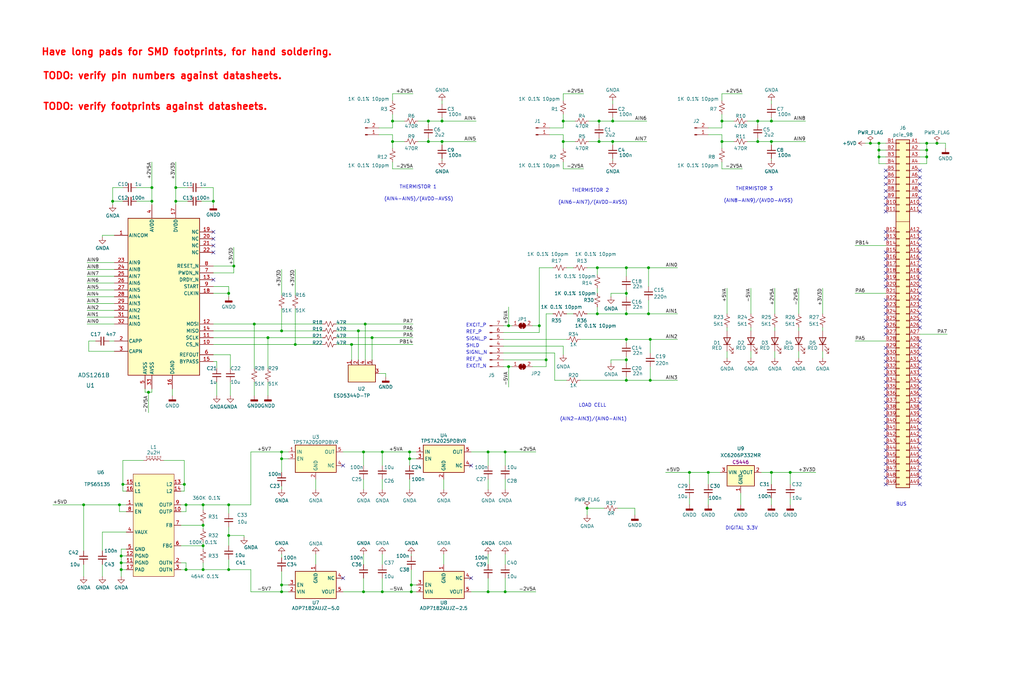
<source format=kicad_sch>
(kicad_sch (version 20230121) (generator eeschema)
  (paper "User" 381 254)
  (title_block (title "ADS1261 ADC BOARD") (rev "0.1"))
  (junction (at 44.45 187.96))
  (junction (at 152.4 168.275))
  (junction (at 256.54 175.895))
  (junction (at 65.405 74.93))
  (junction (at 94.615 120.65))
  (junction (at 138.43 125.73))
  (junction (at 135.255 168.275))
  (junction (at 287.02 52.705))
  (junction (at 187.96 220.345))
  (junction (at 222.885 45.085))
  (junction (at 152.4 170.815))
  (junction (at 268.605 45.085))
  (junction (at 327.025 55.88))
  (junction (at 344.805 53.34))
  (junction (at 159.385 45.085))
  (junction (at 181.61 220.345))
  (junction (at 203.2 133.985))
  (junction (at 133.35 123.19))
  (junction (at 227.965 52.705))
  (junction (at 75.565 195.58))
  (junction (at 142.24 168.275))
  (junction (at 233.045 99.695))
  (junction (at 104.775 217.805))
  (junction (at 200.66 121.285))
  (junction (at 287.02 175.895))
  (junction (at 227.965 45.085))
  (junction (at 241.935 141.605))
  (junction (at 241.3 116.84))
  (junction (at 222.885 52.705))
  (junction (at 79.375 74.93))
  (junction (at 281.94 52.705))
  (junction (at 45.085 209.55))
  (junction (at 85.09 212.09))
  (junction (at 294.005 175.895))
  (junction (at 56.515 74.93))
  (junction (at 209.55 52.705))
  (junction (at 69.215 212.09))
  (junction (at 164.465 52.705))
  (junction (at 104.775 123.19))
  (junction (at 164.465 45.085))
  (junction (at 268.605 52.705))
  (junction (at 104.775 168.275))
  (junction (at 241.3 99.695))
  (junction (at 233.045 109.22))
  (junction (at 189.23 121.285))
  (junction (at 218.44 189.23))
  (junction (at 323.85 53.34))
  (junction (at 233.045 141.605))
  (junction (at 86.995 99.06))
  (junction (at 344.805 55.88))
  (junction (at 85.09 187.96))
  (junction (at 187.96 168.275))
  (junction (at 233.045 116.84))
  (junction (at 135.89 120.65))
  (junction (at 348.615 53.34))
  (junction (at 99.695 125.73))
  (junction (at 153.035 220.345))
  (junction (at 209.55 45.085))
  (junction (at 233.045 133.985))
  (junction (at 146.05 52.705))
  (junction (at 65.405 69.85))
  (junction (at 233.045 126.365))
  (junction (at 222.25 116.84))
  (junction (at 241.935 126.365))
  (junction (at 135.255 220.345))
  (junction (at 287.02 45.085))
  (junction (at 56.515 69.85))
  (junction (at 85.09 199.39))
  (junction (at 159.385 52.705))
  (junction (at 104.775 220.345))
  (junction (at 31.115 187.96))
  (junction (at 69.215 187.96))
  (junction (at 75.565 187.96))
  (junction (at 45.085 212.09))
  (junction (at 189.23 136.525))
  (junction (at 281.94 45.085))
  (junction (at 181.61 168.275))
  (junction (at 85.09 109.22))
  (junction (at 153.035 217.805))
  (junction (at 68.58 180.34))
  (junction (at 75.565 212.09))
  (junction (at 344.805 58.42))
  (junction (at 45.72 180.34))
  (junction (at 263.525 175.895))
  (junction (at 109.855 128.27))
  (junction (at 75.565 203.2))
  (junction (at 327.025 58.42))
  (junction (at 45.085 207.01))
  (junction (at 55.245 146.05))
  (junction (at 142.24 220.345))
  (junction (at 130.81 128.27))
  (junction (at 327.025 53.34))
  (junction (at 104.775 170.815))
  (junction (at 222.25 99.695))
  (junction (at 146.05 45.085))
  (junction (at 41.91 74.93))
  (no_connect (at 342.265 71.12))
  (no_connect (at 329.565 76.2))
  (no_connect (at 175.26 173.355))
  (no_connect (at 175.26 215.265))
  (no_connect (at 329.565 68.58))
  (no_connect (at 342.265 154.94))
  (no_connect (at 329.565 114.3))
  (no_connect (at 342.265 119.38))
  (no_connect (at 342.265 114.3))
  (no_connect (at 329.565 129.54))
  (no_connect (at 329.565 172.72))
  (no_connect (at 342.265 172.72))
  (no_connect (at 342.265 121.92))
  (no_connect (at 342.265 76.2))
  (no_connect (at 329.565 96.52))
  (no_connect (at 79.375 93.98))
  (no_connect (at 329.565 111.76))
  (no_connect (at 342.265 101.6))
  (no_connect (at 342.265 129.54))
  (no_connect (at 79.375 86.36))
  (no_connect (at 342.265 142.24))
  (no_connect (at 329.565 162.56))
  (no_connect (at 329.565 177.8))
  (no_connect (at 342.265 180.34))
  (no_connect (at 329.565 149.86))
  (no_connect (at 342.265 96.52))
  (no_connect (at 342.265 167.64))
  (no_connect (at 79.375 91.44))
  (no_connect (at 342.265 93.98))
  (no_connect (at 329.565 116.84))
  (no_connect (at 329.565 104.14))
  (no_connect (at 329.565 167.64))
  (no_connect (at 342.265 132.08))
  (no_connect (at 342.265 63.5))
  (no_connect (at 342.265 162.56))
  (no_connect (at 342.265 177.8))
  (no_connect (at 329.565 160.02))
  (no_connect (at 127.635 173.355))
  (no_connect (at 342.265 66.04))
  (no_connect (at 329.565 154.94))
  (no_connect (at 329.565 147.32))
  (no_connect (at 342.265 149.86))
  (no_connect (at 342.265 91.44))
  (no_connect (at 329.565 93.98))
  (no_connect (at 329.565 86.36))
  (no_connect (at 127.635 215.265))
  (no_connect (at 329.565 144.78))
  (no_connect (at 342.265 116.84))
  (no_connect (at 329.565 121.92))
  (no_connect (at 329.565 106.68))
  (no_connect (at 342.265 104.14))
  (no_connect (at 329.565 73.66))
  (no_connect (at 329.565 101.6))
  (no_connect (at 342.265 73.66))
  (no_connect (at 342.265 127))
  (no_connect (at 329.565 99.06))
  (no_connect (at 342.265 137.16))
  (no_connect (at 329.565 66.04))
  (no_connect (at 342.265 147.32))
  (no_connect (at 342.265 144.78))
  (no_connect (at 329.565 152.4))
  (no_connect (at 329.565 71.12))
  (no_connect (at 342.265 78.74))
  (no_connect (at 342.265 139.7))
  (no_connect (at 329.565 170.18))
  (no_connect (at 342.265 157.48))
  (no_connect (at 342.265 106.68))
  (no_connect (at 329.565 157.48))
  (no_connect (at 79.375 88.9))
  (no_connect (at 342.265 160.02))
  (no_connect (at 329.565 132.08))
  (no_connect (at 329.565 137.16))
  (no_connect (at 329.565 124.46))
  (no_connect (at 329.565 88.9))
  (no_connect (at 329.565 119.38))
  (no_connect (at 342.265 152.4))
  (no_connect (at 329.565 142.24))
  (no_connect (at 329.565 78.74))
  (no_connect (at 329.565 139.7))
  (no_connect (at 329.565 134.62))
  (no_connect (at 342.265 175.26))
  (no_connect (at 79.375 104.14))
  (no_connect (at 329.565 175.26))
  (no_connect (at 329.565 63.5))
  (no_connect (at 342.265 68.58))
  (no_connect (at 329.565 165.1))
  (no_connect (at 342.265 165.1))
  (no_connect (at 342.265 170.18))
  (no_connect (at 342.265 99.06))
  (no_connect (at 342.265 111.76))
  (no_connect (at 329.565 180.34))
  (no_connect (at 342.265 86.36))
  (no_connect (at 342.265 109.22))
  (no_connect (at 342.265 134.62))
  (no_connect (at 342.265 88.9))
  (wire (pts (xy 209.55 37.465) (xy 209.55 34.925)))
  (wire (pts (xy 104.775 100.33) (xy 104.775 109.855)))
  (wire (pts (xy 224.79 189.23) (xy 218.44 189.23)))
  (wire (pts (xy 45.72 180.34) (xy 45.72 182.88)))
  (wire (pts (xy 306.07 121.92) (xy 306.07 123.19)))
  (wire (pts (xy 53.975 146.05) (xy 55.245 146.05)))
  (wire (pts (xy 344.805 55.88) (xy 344.805 53.34)))
  (wire (pts (xy 209.55 50.165) (xy 209.55 52.705)))
  (wire (pts (xy 233.045 140.335) (xy 233.045 141.605)))
  (wire (pts (xy 181.61 210.185) (xy 181.61 206.375)))
  (wire (pts (xy 142.24 178.435) (xy 142.24 182.245)))
  (wire (pts (xy 294.005 175.895) (xy 303.53 175.895)))
  (wire (pts (xy 135.89 120.65) (xy 153.67 120.65)))
  (wire (pts (xy 46.99 190.5) (xy 44.45 190.5)))
  (wire (pts (xy 32.385 105.41) (xy 42.545 105.41)))
  (wire (pts (xy 164.465 59.055) (xy 164.465 59.69)))
  (wire (pts (xy 200.66 99.695) (xy 205.74 99.695)))
  (wire (pts (xy 85.725 137.16) (xy 85.725 132.08)))
  (wire (pts (xy 294.005 185.42) (xy 294.005 187.96)))
  (wire (pts (xy 67.31 180.34) (xy 68.58 180.34)))
  (wire (pts (xy 329.565 109.22) (xy 318.135 109.22)))
  (wire (pts (xy 281.94 52.705) (xy 287.02 52.705)))
  (wire (pts (xy 35.56 127) (xy 33.02 127)))
  (wire (pts (xy 94.615 120.65) (xy 120.015 120.65)))
  (wire (pts (xy 263.525 50.165) (xy 268.605 50.165)))
  (wire (pts (xy 270.51 121.92) (xy 270.51 123.19)))
  (wire (pts (xy 318.135 127) (xy 329.565 127)))
  (wire (pts (xy 67.31 209.55) (xy 69.215 209.55)))
  (wire (pts (xy 45.72 171.45) (xy 45.72 180.34)))
  (wire (pts (xy 227.965 52.705) (xy 240.665 52.705)))
  (wire (pts (xy 104.775 168.275) (xy 104.775 170.815)))
  (wire (pts (xy 135.255 206.375) (xy 135.255 210.185)))
  (wire (pts (xy 67.31 212.09) (xy 69.215 212.09)))
  (wire (pts (xy 46.99 204.47) (xy 45.085 204.47)))
  (wire (pts (xy 68.58 171.45) (xy 60.96 171.45)))
  (wire (pts (xy 99.695 142.24) (xy 99.695 147.32)))
  (wire (pts (xy 287.02 52.705) (xy 299.72 52.705)))
  (wire (pts (xy 187.325 133.985) (xy 203.2 133.985)))
  (wire (pts (xy 85.09 199.39) (xy 90.805 199.39)))
  (wire (pts (xy 241.935 126.365) (xy 252.095 126.365)))
  (wire (pts (xy 85.725 142.24) (xy 85.725 147.32)))
  (wire (pts (xy 42.545 87.63) (xy 38.1 87.63)))
  (wire (pts (xy 222.885 45.085) (xy 222.885 46.355)))
  (wire (pts (xy 104.775 220.345) (xy 107.315 220.345)))
  (wire (pts (xy 227.33 135.255) (xy 227.33 133.985)))
  (wire (pts (xy 233.045 126.365) (xy 233.045 127.635)))
  (wire (pts (xy 68.58 171.45) (xy 68.58 180.34)))
  (wire (pts (xy 241.935 136.525) (xy 241.935 141.605)))
  (wire (pts (xy 268.605 47.625) (xy 268.605 45.085)))
  (wire (pts (xy 67.31 195.58) (xy 75.565 195.58)))
  (wire (pts (xy 233.045 116.84) (xy 241.3 116.84)))
  (wire (pts (xy 32.385 97.79) (xy 42.545 97.79)))
  (wire (pts (xy 125.095 128.27) (xy 130.81 128.27)))
  (wire (pts (xy 135.255 168.275) (xy 135.255 173.355)))
  (wire (pts (xy 69.215 190.5) (xy 69.215 187.96)))
  (wire (pts (xy 187.325 121.285) (xy 189.23 121.285)))
  (wire (pts (xy 32.385 107.95) (xy 42.545 107.95)))
  (wire (pts (xy 104.775 114.935) (xy 104.775 123.19)))
  (wire (pts (xy 256.54 185.42) (xy 256.54 187.96)))
  (wire (pts (xy 344.805 58.42) (xy 344.805 55.88)))
  (wire (pts (xy 181.61 215.265) (xy 181.61 220.345)))
  (wire (pts (xy 222.885 52.705) (xy 227.965 52.705)))
  (wire (pts (xy 90.805 199.39) (xy 90.805 200.025)))
  (wire (pts (xy 85.09 106.68) (xy 85.09 109.22)))
  (wire (pts (xy 187.96 168.275) (xy 199.39 168.275)))
  (wire (pts (xy 278.13 45.085) (xy 281.94 45.085)))
  (wire (pts (xy 46.99 207.01) (xy 45.085 207.01)))
  (wire (pts (xy 152.4 170.815) (xy 152.4 173.355)))
  (wire (pts (xy 306.07 107.315) (xy 306.07 116.84)))
  (wire (pts (xy 80.645 142.24) (xy 80.645 147.32)))
  (wire (pts (xy 75.565 187.96) (xy 75.565 189.865)))
  (wire (pts (xy 227.965 52.705) (xy 227.965 53.975)))
  (wire (pts (xy 342.265 55.88) (xy 344.805 55.88)))
  (wire (pts (xy 31.115 210.185) (xy 31.115 214.63)))
  (wire (pts (xy 38.1 205.105) (xy 38.1 198.12)))
  (wire (pts (xy 200.66 123.825) (xy 187.325 123.825)))
  (wire (pts (xy 75.565 203.2) (xy 75.565 204.47)))
  (wire (pts (xy 236.22 189.23) (xy 236.22 191.77)))
  (wire (pts (xy 93.345 168.275) (xy 93.345 187.96)))
  (wire (pts (xy 181.61 220.345) (xy 187.96 220.345)))
  (wire (pts (xy 56.515 144.78) (xy 56.515 146.05)))
  (wire (pts (xy 140.97 50.165) (xy 146.05 50.165)))
  (wire (pts (xy 209.55 62.865) (xy 217.17 62.865)))
  (wire (pts (xy 104.775 170.815) (xy 107.315 170.815)))
  (wire (pts (xy 152.4 178.435) (xy 152.4 182.245)))
  (wire (pts (xy 189.23 114.3) (xy 189.23 121.285)))
  (wire (pts (xy 297.18 107.315) (xy 297.18 116.84)))
  (wire (pts (xy 67.31 190.5) (xy 69.215 190.5)))
  (wire (pts (xy 287.02 37.465) (xy 287.02 38.735)))
  (wire (pts (xy 67.31 203.2) (xy 75.565 203.2)))
  (wire (pts (xy 31.115 187.96) (xy 31.115 205.105)))
  (wire (pts (xy 268.605 60.325) (xy 268.605 62.865)))
  (wire (pts (xy 85.09 187.96) (xy 93.345 187.96)))
  (wire (pts (xy 233.045 109.22) (xy 233.045 110.49)))
  (wire (pts (xy 146.05 47.625) (xy 146.05 45.085)))
  (wire (pts (xy 187.325 136.525) (xy 189.23 136.525)))
  (wire (pts (xy 218.44 99.695) (xy 222.25 99.695)))
  (wire (pts (xy 94.615 120.65) (xy 94.615 137.16)))
  (wire (pts (xy 348.615 53.34) (xy 351.79 53.34)))
  (wire (pts (xy 297.18 130.81) (xy 297.18 133.35)))
  (wire (pts (xy 227.965 59.055) (xy 227.965 59.69)))
  (wire (pts (xy 69.215 212.09) (xy 75.565 212.09)))
  (wire (pts (xy 270.51 107.315) (xy 270.51 116.84)))
  (wire (pts (xy 256.54 175.895) (xy 256.54 180.34)))
  (wire (pts (xy 233.045 115.57) (xy 233.045 116.84)))
  (wire (pts (xy 275.59 183.515) (xy 275.59 187.96)))
  (wire (pts (xy 344.805 60.96) (xy 344.805 58.42)))
  (wire (pts (xy 152.4 168.275) (xy 154.94 168.275)))
  (wire (pts (xy 241.3 99.695) (xy 252.095 99.695)))
  (wire (pts (xy 104.775 168.275) (xy 107.315 168.275)))
  (wire (pts (xy 86.995 92.075) (xy 86.995 99.06)))
  (wire (pts (xy 152.4 168.275) (xy 152.4 170.815)))
  (wire (pts (xy 94.615 142.24) (xy 94.615 147.32)))
  (wire (pts (xy 279.4 107.315) (xy 279.4 116.84)))
  (wire (pts (xy 75.565 212.09) (xy 85.09 212.09)))
  (wire (pts (xy 203.2 133.985) (xy 203.2 116.84)))
  (wire (pts (xy 181.61 168.275) (xy 187.96 168.275)))
  (wire (pts (xy 233.045 99.695) (xy 233.045 102.87)))
  (wire (pts (xy 342.265 53.34) (xy 344.805 53.34)))
  (wire (pts (xy 181.61 178.435) (xy 181.61 182.245)))
  (wire (pts (xy 327.025 53.34) (xy 323.85 53.34)))
  (wire (pts (xy 268.605 52.705) (xy 268.605 55.245)))
  (wire (pts (xy 288.29 130.81) (xy 288.29 133.35)))
  (wire (pts (xy 175.26 220.345) (xy 181.61 220.345)))
  (wire (pts (xy 32.385 100.33) (xy 42.545 100.33)))
  (wire (pts (xy 165.1 206.375) (xy 165.1 210.185)))
  (wire (pts (xy 187.96 215.265) (xy 187.96 220.345)))
  (wire (pts (xy 140.97 47.625) (xy 146.05 47.625)))
  (wire (pts (xy 138.43 125.73) (xy 138.43 133.985)))
  (wire (pts (xy 153.035 220.345) (xy 154.94 220.345)))
  (wire (pts (xy 287.02 52.705) (xy 287.02 53.975)))
  (wire (pts (xy 164.465 43.815) (xy 164.465 45.085)))
  (wire (pts (xy 45.085 209.55) (xy 45.085 212.09)))
  (wire (pts (xy 104.775 123.19) (xy 120.015 123.19)))
  (wire (pts (xy 263.525 175.895) (xy 267.97 175.895)))
  (wire (pts (xy 75.565 195.58) (xy 75.565 196.85)))
  (wire (pts (xy 65.405 74.93) (xy 65.405 76.2)))
  (wire (pts (xy 135.89 120.65) (xy 135.89 133.985)))
  (wire (pts (xy 104.775 170.815) (xy 104.775 175.895)))
  (wire (pts (xy 209.55 52.705) (xy 213.995 52.705)))
  (wire (pts (xy 278.13 52.705) (xy 281.94 52.705)))
  (wire (pts (xy 79.375 99.06) (xy 86.995 99.06)))
  (wire (pts (xy 287.02 175.895) (xy 287.02 180.34)))
  (wire (pts (xy 233.045 107.95) (xy 233.045 109.22)))
  (wire (pts (xy 287.02 175.895) (xy 294.005 175.895)))
  (wire (pts (xy 222.25 99.695) (xy 233.045 99.695)))
  (wire (pts (xy 104.775 220.345) (xy 93.345 220.345)))
  (wire (pts (xy 233.045 99.695) (xy 241.3 99.695)))
  (wire (pts (xy 210.82 99.695) (xy 213.36 99.695)))
  (wire (pts (xy 135.255 220.345) (xy 135.255 215.265)))
  (wire (pts (xy 189.23 136.525) (xy 189.23 144.145)))
  (wire (pts (xy 146.05 52.705) (xy 150.495 52.705)))
  (wire (pts (xy 233.045 126.365) (xy 241.935 126.365)))
  (wire (pts (xy 342.265 124.46) (xy 352.425 124.46)))
  (wire (pts (xy 209.55 47.625) (xy 209.55 45.085)))
  (wire (pts (xy 222.25 116.84) (xy 233.045 116.84)))
  (wire (pts (xy 45.085 207.01) (xy 45.085 209.55)))
  (wire (pts (xy 227.965 37.465) (xy 227.965 38.735)))
  (wire (pts (xy 159.385 51.435) (xy 159.385 52.705)))
  (wire (pts (xy 187.96 220.345) (xy 199.39 220.345)))
  (wire (pts (xy 32.385 110.49) (xy 42.545 110.49)))
  (wire (pts (xy 125.095 125.73) (xy 138.43 125.73)))
  (wire (pts (xy 215.9 126.365) (xy 233.045 126.365)))
  (wire (pts (xy 45.085 209.55) (xy 46.99 209.55)))
  (wire (pts (xy 306.07 130.81) (xy 306.07 133.35)))
  (wire (pts (xy 329.565 60.96) (xy 327.025 60.96)))
  (wire (pts (xy 55.245 146.05) (xy 56.515 146.05)))
  (wire (pts (xy 159.385 52.705) (xy 164.465 52.705)))
  (wire (pts (xy 146.05 50.165) (xy 146.05 52.705)))
  (wire (pts (xy 140.97 139.065) (xy 143.51 139.065)))
  (wire (pts (xy 117.475 206.375) (xy 117.475 210.185)))
  (wire (pts (xy 218.44 189.23) (xy 218.44 191.77)))
  (wire (pts (xy 263.525 180.34) (xy 263.525 175.895)))
  (wire (pts (xy 31.115 187.96) (xy 44.45 187.96)))
  (wire (pts (xy 241.3 116.84) (xy 252.095 116.84)))
  (wire (pts (xy 146.05 60.325) (xy 146.05 62.865)))
  (wire (pts (xy 142.24 168.275) (xy 152.4 168.275)))
  (wire (pts (xy 154.94 217.805) (xy 153.035 217.805)))
  (wire (pts (xy 142.24 173.355) (xy 142.24 168.275)))
  (wire (pts (xy 268.605 37.465) (xy 268.605 34.925)))
  (wire (pts (xy 41.91 69.85) (xy 41.91 74.93)))
  (wire (pts (xy 227.965 43.815) (xy 227.965 45.085)))
  (wire (pts (xy 41.91 74.93) (xy 45.72 74.93)))
  (wire (pts (xy 279.4 121.92) (xy 279.4 123.19)))
  (wire (pts (xy 79.375 74.93) (xy 79.375 76.2)))
  (wire (pts (xy 32.385 115.57) (xy 42.545 115.57)))
  (wire (pts (xy 222.25 114.3) (xy 222.25 116.84)))
  (wire (pts (xy 187.325 126.365) (xy 210.82 126.365)))
  (wire (pts (xy 159.385 45.085) (xy 159.385 46.355)))
  (wire (pts (xy 146.05 37.465) (xy 146.05 34.925)))
  (wire (pts (xy 283.21 175.895) (xy 287.02 175.895)))
  (wire (pts (xy 135.255 178.435) (xy 135.255 182.245)))
  (wire (pts (xy 135.255 168.275) (xy 142.24 168.275)))
  (wire (pts (xy 69.215 187.96) (xy 75.565 187.96)))
  (wire (pts (xy 222.25 107.315) (xy 222.25 109.22)))
  (wire (pts (xy 85.09 187.96) (xy 85.09 191.135)))
  (wire (pts (xy 227.965 45.085) (xy 240.665 45.085)))
  (wire (pts (xy 146.05 45.085) (xy 150.495 45.085)))
  (wire (pts (xy 241.3 111.76) (xy 241.3 116.84)))
  (wire (pts (xy 227.33 109.22) (xy 227.33 110.49)))
  (wire (pts (xy 40.64 127) (xy 42.545 127)))
  (wire (pts (xy 85.09 109.22) (xy 85.09 110.49)))
  (wire (pts (xy 222.885 51.435) (xy 222.885 52.705)))
  (wire (pts (xy 65.405 69.85) (xy 65.405 74.93)))
  (wire (pts (xy 209.55 52.705) (xy 209.55 55.245)))
  (wire (pts (xy 69.215 209.55) (xy 69.215 212.09)))
  (wire (pts (xy 109.855 128.27) (xy 120.015 128.27)))
  (wire (pts (xy 79.375 106.68) (xy 85.09 106.68)))
  (wire (pts (xy 287.02 59.055) (xy 287.02 59.69)))
  (wire (pts (xy 327.025 53.34) (xy 327.025 55.88)))
  (wire (pts (xy 80.645 134.62) (xy 80.645 137.16)))
  (wire (pts (xy 56.515 74.93) (xy 56.515 76.2)))
  (wire (pts (xy 55.245 146.05) (xy 55.245 153.67)))
  (wire (pts (xy 181.61 168.275) (xy 181.61 173.355)))
  (wire (pts (xy 187.96 168.275) (xy 187.96 173.355)))
  (wire (pts (xy 130.81 128.27) (xy 130.81 133.985)))
  (wire (pts (xy 45.085 212.09) (xy 45.085 214.63)))
  (wire (pts (xy 45.085 212.09) (xy 46.99 212.09)))
  (wire (pts (xy 209.55 42.545) (xy 209.55 45.085)))
  (wire (pts (xy 33.02 130.81) (xy 42.545 130.81)))
  (wire (pts (xy 79.375 69.85) (xy 79.375 74.93)))
  (wire (pts (xy 327.025 58.42) (xy 329.565 58.42)))
  (wire (pts (xy 99.695 125.73) (xy 99.695 137.16)))
  (wire (pts (xy 342.265 58.42) (xy 344.805 58.42)))
  (wire (pts (xy 209.55 60.325) (xy 209.55 62.865)))
  (wire (pts (xy 142.24 215.265) (xy 142.24 220.345)))
  (wire (pts (xy 109.855 114.935) (xy 109.855 128.27)))
  (wire (pts (xy 209.55 128.905) (xy 209.55 132.08)))
  (wire (pts (xy 206.375 141.605) (xy 210.82 141.605)))
  (wire (pts (xy 44.45 187.96) (xy 46.99 187.96)))
  (wire (pts (xy 56.515 60.325) (xy 56.515 69.85)))
  (wire (pts (xy 241.935 141.605) (xy 252.095 141.605)))
  (wire (pts (xy 189.23 121.285) (xy 190.5 121.285)))
  (wire (pts (xy 79.375 134.62) (xy 80.645 134.62)))
  (wire (pts (xy 204.47 47.625) (xy 209.55 47.625)))
  (wire (pts (xy 204.47 50.165) (xy 209.55 50.165)))
  (wire (pts (xy 268.605 50.165) (xy 268.605 52.705)))
  (wire (pts (xy 327.025 58.42) (xy 327.025 60.96)))
  (wire (pts (xy 287.02 45.085) (xy 299.72 45.085)))
  (wire (pts (xy 104.775 207.645) (xy 104.775 206.375)))
  (wire (pts (xy 109.855 100.33) (xy 109.855 109.855)))
  (wire (pts (xy 187.325 131.445) (xy 206.375 131.445)))
  (wire (pts (xy 164.465 52.705) (xy 177.165 52.705)))
  (wire (pts (xy 152.4 170.815) (xy 154.94 170.815)))
  (wire (pts (xy 64.135 144.78) (xy 64.135 147.32)))
  (wire (pts (xy 41.91 74.93) (xy 41.91 76.2)))
  (wire (pts (xy 155.575 52.705) (xy 159.385 52.705)))
  (wire (pts (xy 32.385 113.03) (xy 42.545 113.03)))
  (wire (pts (xy 219.075 45.085) (xy 222.885 45.085)))
  (wire (pts (xy 287.02 185.42) (xy 287.02 187.96)))
  (wire (pts (xy 281.94 51.435) (xy 281.94 52.705)))
  (wire (pts (xy 93.345 212.09) (xy 85.09 212.09)))
  (wire (pts (xy 38.1 198.12) (xy 46.99 198.12)))
  (wire (pts (xy 263.525 185.42) (xy 263.525 187.96)))
  (wire (pts (xy 329.565 53.34) (xy 327.025 53.34)))
  (wire (pts (xy 153.035 212.09) (xy 153.035 217.805)))
  (wire (pts (xy 142.24 220.345) (xy 153.035 220.345)))
  (wire (pts (xy 233.045 133.985) (xy 227.33 133.985)))
  (wire (pts (xy 38.1 210.185) (xy 38.1 214.63)))
  (wire (pts (xy 164.465 45.085) (xy 177.165 45.085)))
  (wire (pts (xy 127.635 168.275) (xy 135.255 168.275)))
  (wire (pts (xy 218.44 116.84) (xy 222.25 116.84)))
  (wire (pts (xy 135.255 220.345) (xy 142.24 220.345)))
  (wire (pts (xy 79.375 128.27) (xy 109.855 128.27)))
  (wire (pts (xy 187.96 210.185) (xy 187.96 206.375)))
  (wire (pts (xy 79.375 123.19) (xy 104.775 123.19)))
  (wire (pts (xy 74.93 69.85) (xy 79.375 69.85)))
  (wire (pts (xy 79.375 109.22) (xy 85.09 109.22)))
  (wire (pts (xy 85.09 196.215) (xy 85.09 199.39)))
  (wire (pts (xy 164.465 37.465) (xy 164.465 38.735)))
  (wire (pts (xy 281.94 45.085) (xy 287.02 45.085)))
  (wire (pts (xy 187.96 178.435) (xy 187.96 182.245)))
  (wire (pts (xy 33.02 127) (xy 33.02 130.81)))
  (wire (pts (xy 233.045 132.715) (xy 233.045 133.985)))
  (wire (pts (xy 74.93 74.93) (xy 79.375 74.93)))
  (wire (pts (xy 65.405 69.85) (xy 69.85 69.85)))
  (wire (pts (xy 256.54 175.895) (xy 263.525 175.895)))
  (wire (pts (xy 85.09 199.39) (xy 85.09 203.2)))
  (wire (pts (xy 287.02 43.815) (xy 287.02 45.085)))
  (wire (pts (xy 281.94 45.085) (xy 281.94 46.355)))
  (wire (pts (xy 130.81 128.27) (xy 153.67 128.27)))
  (wire (pts (xy 165.1 178.435) (xy 165.1 182.245)))
  (wire (pts (xy 268.605 45.085) (xy 273.05 45.085)))
  (wire (pts (xy 138.43 125.73) (xy 153.67 125.73)))
  (wire (pts (xy 93.345 220.345) (xy 93.345 212.09)))
  (wire (pts (xy 241.935 126.365) (xy 241.935 131.445)))
  (wire (pts (xy 187.325 128.905) (xy 209.55 128.905)))
  (wire (pts (xy 86.995 99.06) (xy 86.995 101.6)))
  (wire (pts (xy 209.55 45.085) (xy 213.995 45.085)))
  (wire (pts (xy 219.075 52.705) (xy 222.885 52.705)))
  (wire (pts (xy 342.265 60.96) (xy 344.805 60.96)))
  (wire (pts (xy 32.385 118.11) (xy 42.545 118.11)))
  (wire (pts (xy 351.79 53.34) (xy 351.79 55.245)))
  (wire (pts (xy 294.005 175.895) (xy 294.005 180.34)))
  (wire (pts (xy 200.66 99.695) (xy 200.66 121.285)))
  (wire (pts (xy 133.35 123.19) (xy 133.35 133.985)))
  (wire (pts (xy 32.385 102.87) (xy 42.545 102.87)))
  (wire (pts (xy 344.805 53.34) (xy 348.615 53.34)))
  (wire (pts (xy 68.58 180.34) (xy 68.58 182.88)))
  (wire (pts (xy 318.135 91.44) (xy 329.565 91.44)))
  (wire (pts (xy 67.31 182.88) (xy 68.58 182.88)))
  (wire (pts (xy 146.05 42.545) (xy 146.05 45.085)))
  (wire (pts (xy 175.26 168.275) (xy 181.61 168.275)))
  (wire (pts (xy 45.72 171.45) (xy 53.34 171.45)))
  (wire (pts (xy 53.975 144.78) (xy 53.975 146.05)))
  (wire (pts (xy 79.375 101.6) (xy 86.995 101.6)))
  (wire (pts (xy 104.775 217.805) (xy 104.775 220.345)))
  (wire (pts (xy 75.565 212.09) (xy 75.565 209.55)))
  (wire (pts (xy 155.575 45.085) (xy 159.385 45.085)))
  (wire (pts (xy 99.695 125.73) (xy 120.015 125.73)))
  (wire (pts (xy 153.035 207.01) (xy 153.035 206.375)))
  (wire (pts (xy 67.31 187.96) (xy 69.215 187.96)))
  (wire (pts (xy 227.33 109.22) (xy 233.045 109.22)))
  (wire (pts (xy 127.635 220.345) (xy 135.255 220.345)))
  (wire (pts (xy 327.025 55.88) (xy 327.025 58.42)))
  (wire (pts (xy 75.565 187.96) (xy 85.09 187.96)))
  (wire (pts (xy 233.045 141.605) (xy 241.935 141.605)))
  (wire (pts (xy 45.72 182.88) (xy 46.99 182.88)))
  (wire (pts (xy 323.85 53.34) (xy 321.945 53.34)))
  (wire (pts (xy 206.375 131.445) (xy 206.375 141.605)))
  (wire (pts (xy 45.72 69.85) (xy 41.91 69.85)))
  (wire (pts (xy 200.66 121.285) (xy 200.66 123.825)))
  (wire (pts (xy 268.605 62.865) (xy 276.225 62.865)))
  (wire (pts (xy 45.72 180.34) (xy 46.99 180.34)))
  (wire (pts (xy 268.605 52.705) (xy 273.05 52.705)))
  (wire (pts (xy 104.775 180.975) (xy 104.775 182.245)))
  (wire (pts (xy 146.05 34.925) (xy 153.67 34.925)))
  (wire (pts (xy 50.8 69.85) (xy 56.515 69.85)))
  (wire (pts (xy 38.1 87.63) (xy 38.1 88.265)))
  (wire (pts (xy 133.35 123.19) (xy 153.67 123.19)))
  (wire (pts (xy 65.405 60.325) (xy 65.405 69.85)))
  (wire (pts (xy 189.23 136.525) (xy 190.5 136.525)))
  (wire (pts (xy 45.085 204.47) (xy 45.085 207.01)))
  (wire (pts (xy 203.2 116.84) (xy 205.74 116.84)))
  (wire (pts (xy 210.82 116.84) (xy 213.36 116.84)))
  (wire (pts (xy 297.18 121.92) (xy 297.18 123.19)))
  (wire (pts (xy 153.035 217.805) (xy 153.035 220.345)))
  (wire (pts (xy 233.045 133.985) (xy 233.045 135.255)))
  (wire (pts (xy 75.565 194.945) (xy 75.565 195.58)))
  (wire (pts (xy 93.345 168.275) (xy 104.775 168.275)))
  (wire (pts (xy 125.095 123.19) (xy 133.35 123.19)))
  (wire (pts (xy 146.05 62.865) (xy 153.67 62.865)))
  (wire (pts (xy 65.405 74.93) (xy 69.85 74.93)))
  (wire (pts (xy 268.605 34.925) (xy 276.225 34.925)))
  (wire (pts (xy 198.12 136.525) (xy 203.2 136.525)))
  (wire (pts (xy 79.375 120.65) (xy 94.615 120.65)))
  (wire (pts (xy 209.55 34.925) (xy 217.17 34.925)))
  (wire (pts (xy 75.565 201.93) (xy 75.565 203.2)))
  (wire (pts (xy 85.725 132.08) (xy 79.375 132.08)))
  (wire (pts (xy 104.775 212.725) (xy 104.775 217.805)))
  (wire (pts (xy 125.095 120.65) (xy 135.89 120.65)))
  (wire (pts (xy 198.12 121.285) (xy 200.66 121.285)))
  (wire (pts (xy 215.9 141.605) (xy 233.045 141.605)))
  (wire (pts (xy 222.25 99.695) (xy 222.25 102.235)))
  (wire (pts (xy 164.465 52.705) (xy 164.465 53.975)))
  (wire (pts (xy 146.05 52.705) (xy 146.05 55.245)))
  (wire (pts (xy 79.375 125.73) (xy 99.695 125.73)))
  (wire (pts (xy 241.3 99.695) (xy 241.3 106.68)))
  (wire (pts (xy 117.475 178.435) (xy 117.475 182.245)))
  (wire (pts (xy 288.29 121.92) (xy 288.29 123.19)))
  (wire (pts (xy 222.885 45.085) (xy 227.965 45.085)))
  (wire (pts (xy 268.605 42.545) (xy 268.605 45.085)))
  (wire (pts (xy 143.51 139.065) (xy 143.51 140.335)))
  (wire (pts (xy 50.8 74.93) (xy 56.515 74.93)))
  (wire (pts (xy 85.09 208.28) (xy 85.09 212.09)))
  (wire (pts (xy 288.29 107.315) (xy 288.29 116.84)))
  (wire (pts (xy 42.545 120.65) (xy 32.385 120.65)))
  (wire (pts (xy 279.4 130.81) (xy 279.4 133.35)))
  (wire (pts (xy 203.2 136.525) (xy 203.2 133.985)))
  (wire (pts (xy 327.025 55.88) (xy 329.565 55.88)))
  (wire (pts (xy 229.87 189.23) (xy 236.22 189.23)))
  (wire (pts (xy 19.685 187.96) (xy 31.115 187.96)))
  (wire (pts (xy 247.65 175.895) (xy 256.54 175.895)))
  (wire (pts (xy 56.515 69.85) (xy 56.515 74.93)))
  (wire (pts (xy 270.51 130.81) (xy 270.51 133.35)))
  (wire (pts (xy 159.385 45.085) (xy 164.465 45.085)))
  (wire (pts (xy 104.775 217.805) (xy 107.315 217.805)))
  (wire (pts (xy 44.45 190.5) (xy 44.45 187.96)))
  (wire (pts (xy 263.525 47.625) (xy 268.605 47.625)))
  (wire (pts (xy 142.24 206.375) (xy 142.24 210.185)))
  (text "SIGNL_N" (at 173.355 132.08 0) (effects (font (size 1.27 1.27)) (justify left bottom)))
  (text "REF_N" (at 173.355 134.62 0) (effects (font (size 1.27 1.27)) (justify left bottom)))
  (text "BUS" (at 333.375 188.595 0) (effects (font (size 1.27 1.27)) (justify left bottom)))
  (text "THERMISTOR 3" (at 273.685 71.12 0) (effects (font (size 1.27 1.27)) (justify left bottom)))
  (text "SHLD" (at 173.355 129.54 0) (effects (font (size 1.27 1.27)) (justify left bottom)))
  (text "Have long pads for SMD footprints, for hand soldering." (at 15.24 20.955 0) (effects (font (size 2.54 2.54) (thickness 0.508) bold) (justify left bottom)))
  (text "EXCIT_N" (at 173.355 137.16 0) (effects (font (size 1.27 1.27)) (justify left bottom)))
  (text "(AIN4-AIN5)/(AVDD-AVSS)" (at 142.875 74.93 0) (effects (font (size 1.27 1.27)) (justify left bottom)))
  (text "(AIN2-AIN3)/(AIN0-AIN1)" (at 208.28 156.845 0) (effects (font (size 1.27 1.27)) (justify left bottom)))
  (text "THERMISTOR 1" (at 148.59 70.485 0) (effects (font (size 1.27 1.27)) (justify left bottom)))
  (text "(AIN6-AIN7)/(AVDD-AVSS)" (at 207.645 76.2 0) (effects (font (size 1.27 1.27)) (justify left bottom)))
  (text "THERMISTOR 2" (at 212.725 71.755 0) (effects (font (size 1.27 1.27)) (justify left bottom)))
  (text "(AIN8-AIN9)/(AVDD-AVSS)" (at 269.24 75.565 0) (effects (font (size 1.27 1.27)) (justify left bottom)))
  (text "SIGNL_P" (at 173.355 127 0) (effects (font (size 1.27 1.27)) (justify left bottom)))
  (text "DIGITAL 3.3V" (at 269.875 197.485 0) (effects (font (size 1.27 1.27)) (justify left bottom)))
  (text "LOAD CELL" (at 215.265 151.765 0) (effects (font (size 1.27 1.27)) (justify left bottom)))
  (text "REF_P" (at 173.355 124.46 0) (effects (font (size 1.27 1.27)) (justify left bottom)))
  (text "EXCIT_P" (at 173.355 121.92 0) (effects (font (size 1.27 1.27)) (justify left bottom)))
  (text "TODO: verify footprints against datasheets." (at 15.875 41.275 0) (effects (font (size 2.54 2.54) (thickness 0.508) bold) (justify left bottom)))
  (text "TODO: verify pin numbers against datasheets." (at 15.875 29.845 0) (effects (font (size 2.54 2.54) (thickness 0.508) bold) (justify left bottom)))
  (label "AIN0" (at 32.385 120.65 0))
  (label "-2V5A" (at 199.39 220.345 180))
  (label "AIN5" (at 32.385 107.95 0))
  (label "PB14" (at 318.135 91.44 0))
  (label "-2V5A" (at 55.245 153.67 90))
  (label "AIN0" (at 252.095 99.695 180))
  (label "-5VA" (at 279.4 107.315 270))
  (label "+5VD" (at 19.685 187.96 0))
  (label "+5VA" (at 189.23 115.57 270))
  (label "PA5" (at 153.67 125.73 180))
  (label "+3V3D" (at 306.07 107.315 270))
  (label "+2V5A" (at 56.515 60.325 270))
  (label "AIN4" (at 177.165 45.085 180))
  (label "-2V5A" (at 297.18 107.315 270))
  (label "AIN8" (at 32.385 100.33 0))
  (label "AIN3" (at 32.385 113.03 0))
  (label "+2V5A" (at 199.39 168.275 180))
  (label "AIN2" (at 32.385 115.57 0))
  (label "AIN5" (at 177.165 52.705 180))
  (label "-5VA" (at 144.78 220.345 0))
  (label "+3V3D" (at 104.775 100.33 270))
  (label "+5VA" (at 149.86 168.275 180))
  (label "-5V7" (at 100.965 220.345 180))
  (label "+2V5A" (at 153.67 34.925 180))
  (label "+5VD" (at 247.65 175.895 0))
  (label "PA5" (at 318.135 127 0))
  (label "+3V3D" (at 65.405 60.325 270))
  (label "+2V5A" (at 276.225 34.925 180))
  (label "AIN8" (at 299.72 45.085 180))
  (label "AIN1" (at 32.385 118.11 0))
  (label "PA7" (at 352.425 124.46 180))
  (label "PB14" (at 153.67 128.27 180))
  (label "+2V5A" (at 288.29 107.315 270))
  (label "AIN4" (at 32.385 110.49 0))
  (label "AIN6" (at 240.665 45.085 180))
  (label "AIN3" (at 252.095 141.605 180))
  (label "-2V5A" (at 217.17 62.865 180))
  (label "+5VA" (at 270.51 107.315 270))
  (label "+2V5A" (at 217.17 34.925 180))
  (label "PA6" (at 153.67 123.19 180))
  (label "AIN9" (at 299.72 52.705 180))
  (label "+3V3D" (at 109.855 100.33 270))
  (label "+3V3D" (at 303.53 175.895 180))
  (label "PA6" (at 318.135 109.22 0))
  (label "-2V5A" (at 276.225 62.865 180))
  (label "AIN7" (at 240.665 52.705 180))
  (label "AIN2" (at 252.095 126.365 180))
  (label "+3V3D" (at 86.995 92.075 270))
  (label "+5V7" (at 100.965 168.275 180))
  (label "AIN6" (at 32.385 105.41 0))
  (label "AIN9" (at 32.385 97.79 0))
  (label "PA7" (at 153.67 120.65 180))
  (label "-5VA" (at 189.23 143.51 90))
  (label "AIN1" (at 252.095 116.84 180))
  (label "AIN7" (at 32.385 102.87 0))
  (label "-2V5A" (at 153.67 62.865 180))
  (symbol (lib_id "Device:R_Small_US") (at 146.05 57.785 180) (unit 1)
    (property "Reference" "R12" (at 142.24 58.42 0))
    (property "Value" "1K 0.1% 10ppm" (at 137.16 61.595 0))
    (property "Footprint" "Resistor_SMD:R_0402_1005Metric" (effects hide))
    (property "LCSC" "C328418" (effects hide))
  )
  (symbol (lib_id "power:GNDA") (at 187.96 182.245 0) (unit 1)
    (property "Reference" "#PWR033" (effects hide))
    (property "Value" "GNDA" (at 187.96 186.3805 0))
  )
  (symbol (lib_id "power:GNDD") (at 263.525 187.96 0) (unit 1)
    (property "Reference" "#PWR035" (effects hide))
    (property "Value" "GNDD" (at 263.525 191.7145 0))
  )
  (symbol (lib_id "power:GNDA") (at 135.255 182.245 0) (unit 1)
    (property "Reference" "#PWR029" (effects hide))
    (property "Value" "GNDA" (at 135.255 186.3805 0))
  )
  (symbol (lib_id "power:GNDA") (at 227.965 37.465 180) (unit 1)
    (property "Reference" "#PWR01" (effects hide))
    (property "Value" "GNDA" (at 227.965 33.52 0))
  )
  (symbol (lib_id "power:GNDD") (at 236.22 191.77 0) (unit 1)
    (property "Reference" "#PWR040" (effects hide))
    (property "Value" "GNDD" (at 236.22 195.5245 0))
  )
  (symbol (lib_id "power:GNDD") (at 256.54 187.96 0) (unit 1)
    (property "Reference" "#PWR034" (effects hide))
    (property "Value" "GNDD" (at 256.54 191.7145 0))
  )
  (symbol (lib_id "Device:C_Small") (at 187.96 212.725 0) (mirror y) (unit 1)
    (property "Reference" "C40" (at 190.5 209.55 0))
    (property "Value" "10u" (at 190.5 214.63 0))
    (property "Footprint" "Capacitor_SMD:C_0603_1608Metric" (effects hide))
    (property "LCSC" "C19702" (effects hide))
  )
  (symbol (lib_id "power:GNDA") (at 165.1 206.375 0) (mirror x) (unit 1)
    (property "Reference" "#PWR045" (effects hide))
    (property "Value" "GNDA" (at 165.1 202.2395 0))
  )
  (symbol (lib_id "Device:R_Small_US") (at 104.775 112.395 180) (unit 1)
    (property "Reference" "R15" (at 104.775 109.855 0) (effects (justify right)))
    (property "Value" "51K" (at 104.775 115.57 0) (effects (justify right)))
    (property "Footprint" "Resistor_SMD:R_0402_1005Metric" (effects hide))
    (property "LCSC" "C25794" (effects hide))
  )
  (symbol (lib_id "Device:R_Small_US") (at 270.51 119.38 0) (unit 1)
    (property "Reference" "R23" (at 267.335 118.11 0))
    (property "Value" "5K1" (at 267.335 120.65 0))
    (property "Footprint" "Resistor_SMD:R_0402_1005Metric" (effects hide))
    (property "LCSC" "C25905" (effects hide))
  )
  (symbol (lib_name "ESD5344D_1") (lib_id "common:ESD5344D") (at 135.89 139.065 90) (mirror x) (unit 1)
    (property "Reference" "U2" (at 135.89 144.78 90) (effects (justify left)))
    (property "Value" "ESD5344D-TP" (at 137.795 147.32 90) (effects (justify left)))
    (property "Footprint" "common:Diodes_UDFN-10_1.0x2.5mm_P0.5mm" (effects hide))
    (property "LCSC" "C2841840" (effects hide))
  )
  (symbol (lib_id "common:PCIE_98_EDGE") (at 334.645 91.44 0) (unit 1)
    (property "Reference" "J6" (at 335.915 47.625 0))
    (property "Value" "pcie_98" (at 335.915 50.165 0))
    (property "Footprint" "common:PCIE_98_CARD" (effects hide))
    (property "LCSC" "DNP" (effects hide))
  )
  (symbol (lib_id "Device:R_Small_US") (at 209.55 57.785 180) (unit 1)
    (property "Reference" "R2" (at 205.74 58.42 0))
    (property "Value" "1K 0.1% 10ppm" (at 200.66 61.595 0))
    (property "Footprint" "Resistor_SMD:R_0402_1005Metric" (effects hide))
    (property "LCSC" "C328418" (effects hide))
  )
  (symbol (lib_id "Device:R_Small_US") (at 297.18 119.38 0) (unit 1)
    (property "Reference" "R26" (at 294.005 118.11 0))
    (property "Value" "5K1" (at 294.005 120.65 0))
    (property "Footprint" "Resistor_SMD:R_0402_1005Metric" (effects hide))
    (property "LCSC" "C25905" (effects hide))
  )
  (symbol (lib_id "Device:R_Small_US") (at 209.55 40.005 180) (unit 1)
    (property "Reference" "R1" (at 206.375 40.64 0))
    (property "Value" "1K 0.1% 10ppm" (at 200.66 36.83 0))
    (property "Footprint" "Resistor_SMD:R_0402_1005Metric" (effects hide))
    (property "LCSC" "C328418" (effects hide))
  )
  (symbol (lib_id "power:GNDA") (at 187.96 206.375 0) (mirror x) (unit 1)
    (property "Reference" "#PWR047" (effects hide))
    (property "Value" "GNDA" (at 187.96 202.2395 0))
  )
  (symbol (lib_id "Device:C_Small") (at 153.035 209.55 0) (mirror y) (unit 1)
    (property "Reference" "C38" (at 150.495 212.09 0))
    (property "Value" "100n" (at 149.86 207.01 0))
    (property "Footprint" "Capacitor_SMD:C_0402_1005Metric" (effects hide))
    (property "LCSC" "C1525" (effects hide))
  )
  (symbol (lib_id "Device:C_Small") (at 281.94 48.895 0) (unit 1)
    (property "Reference" "C5" (at 283.845 48.26 0) (effects (justify left)))
    (property "Value" "2u2" (at 284.2641 50.1786 0) (effects (justify left)))
    (property "Footprint" "Capacitor_SMD:C_0402_1005Metric" (effects hide))
    (property "LCSC" "C12530" (effects hide))
  )
  (symbol (lib_id "Device:R_Small_US") (at 208.28 116.84 270) (mirror x) (unit 1)
    (property "Reference" "R35" (at 207.01 119.38 90))
    (property "Value" "1K 0.1% 10ppm" (at 208.915 114.3 90))
    (property "Footprint" "Resistor_SMD:R_0402_1005Metric" (effects hide))
    (property "LCSC" "C328418" (effects hide))
  )
  (symbol (lib_id "Device:C_Small") (at 72.39 74.93 90) (unit 1)
    (property "Reference" "C13" (at 69.85 73.66 90))
    (property "Value" "100n" (at 75.565 73.66 90))
    (property "Footprint" "Capacitor_SMD:C_0402_1005Metric" (effects hide))
    (property "LCSC" "C1525" (effects hide))
  )
  (symbol (lib_id "Device:R_Small_US") (at 109.855 112.395 180) (unit 1)
    (property "Reference" "R16" (at 109.855 109.855 0) (effects (justify right)))
    (property "Value" "51K" (at 109.855 115.57 0) (effects (justify right)))
    (property "Footprint" "Resistor_SMD:R_0402_1005Metric" (effects hide))
    (property "LCSC" "C25794" (effects hide))
  )
  (symbol (lib_id "Device:C_Small") (at 164.465 41.275 0) (unit 1)
    (property "Reference" "C3" (at 166.37 40.64 0) (effects (justify left)))
    (property "Value" "100n" (at 166.7891 42.5586 0) (effects (justify left)))
    (property "Footprint" "Capacitor_SMD:C_0402_1005Metric" (effects hide))
    (property "LCSC" "C1525" (effects hide))
  )
  (symbol (lib_id "power:GNDA") (at 227.965 59.69 0) (unit 1)
    (property "Reference" "#PWR02" (effects hide))
    (property "Value" "GNDA" (at 227.965 63.8255 0))
  )
  (symbol (lib_id "Device:R_Small_US") (at 146.05 40.005 180) (unit 1)
    (property "Reference" "R3" (at 142.875 40.64 0))
    (property "Value" "1K 0.1% 10ppm" (at 137.16 36.83 0))
    (property "Footprint" "Resistor_SMD:R_0402_1005Metric" (effects hide))
    (property "LCSC" "C328418" (effects hide))
  )
  (symbol (lib_id "power:GNDD") (at 94.615 147.32 0) (unit 1)
    (property "Reference" "#PWR024" (effects hide))
    (property "Value" "GNDD" (at 94.615 151.0745 0))
  )
  (symbol (lib_id "Device:R_Small_US") (at 122.555 120.65 270) (unit 1)
    (property "Reference" "R18" (at 118.11 120.015 90))
    (property "Value" "47R" (at 127 120.015 90))
    (property "Footprint" "Resistor_SMD:R_0402_1005Metric" (effects hide))
    (property "LCSC" "C25118" (effects hide))
  )
  (symbol (lib_id "Device:R_Small_US") (at 75.565 192.405 0) (unit 1)
    (property "Reference" "R31" (at 79.375 192.405 0))
    (property "Value" "360K 0.1%" (at 76.835 185.42 0))
    (property "Footprint" "Resistor_SMD:R_0402_1005Metric" (effects hide))
    (property "LCSC" "C2759490" (effects hide))
  )
  (symbol (lib_id "power:GNDA") (at 38.1 214.63 0) (unit 1)
    (property "Reference" "#PWR050" (effects hide))
    (property "Value" "GNDA" (at 38.1 218.7655 0))
  )
  (symbol (lib_name "ADP7182AUJZ_1") (lib_id "adc:ADP7182AUJZ") (at 117.475 217.805 0) (unit 1)
    (property "Reference" "U7" (at 117.475 224.417 0))
    (property "Value" "ADP7182AUJZ-5.0" (at 117.475 226.465 0))
    (property "Footprint" "Package_TO_SOT_SMD:TSOT-23-5" (effects hide))
    (property "Datasheet" "https://www.analog.com/media/en/technical-documentation/data-sheets/ADP7182.pdf" (effects hide))
    (property "LCSC" "DIGIKEY" (effects hide))
  )
  (symbol (lib_id "power:GNDA") (at 181.61 206.375 0) (mirror x) (unit 1)
    (property "Reference" "#PWR046" (effects hide))
    (property "Value" "GNDA" (at 181.61 202.2395 0))
  )
  (symbol (lib_id "power:GNDA") (at 287.02 37.465 180) (unit 1)
    (property "Reference" "#PWR06" (effects hide))
    (property "Value" "GNDA" (at 287.02 33.52 0))
  )
  (symbol (lib_id "Device:R_Small_US") (at 288.29 119.38 0) (unit 1)
    (property "Reference" "R25" (at 285.115 118.11 0))
    (property "Value" "5K1" (at 285.115 120.65 0))
    (property "Footprint" "Resistor_SMD:R_0402_1005Metric" (effects hide))
    (property "LCSC" "C25905" (effects hide))
  )
  (symbol (lib_id "power:GNDA") (at 31.115 214.63 0) (unit 1)
    (property "Reference" "#PWR049" (effects hide))
    (property "Value" "GNDA" (at 31.115 218.7655 0))
  )
  (symbol (lib_id "power:GNDA") (at 288.29 133.35 0) (mirror y) (unit 1)
    (property "Reference" "#PWR018" (effects hide))
    (property "Value" "GNDA" (at 288.29 137.295 0))
  )
  (symbol (lib_id "Device:C_Small") (at 181.61 212.725 0) (mirror y) (unit 1)
    (property "Reference" "C39" (at 179.07 210.185 0))
    (property "Value" "100n" (at 179.07 207.645 0))
    (property "Footprint" "Capacitor_SMD:C_0402_1005Metric" (effects hide))
    (property "LCSC" "C1525" (effects hide))
  )
  (symbol (lib_id "Device:R_Small_US") (at 75.565 199.39 0) (unit 1)
    (property "Reference" "R32" (at 79.375 199.39 0))
    (property "Value" "100K 0.1%" (at 75.565 201.93 0))
    (property "Footprint" "Resistor_SMD:R_0402_1005Metric" (effects hide))
    (property "LCSC" "C852328" (effects hide))
  )
  (symbol (lib_id "power:GNDA") (at 38.1 88.265 0) (unit 1)
    (property "Reference" "#PWR011" (effects hide))
    (property "Value" "GNDA" (at 38.1 92.4005 0))
  )
  (symbol (lib_id "Device:R_Small_US") (at 99.695 139.7 180) (unit 1)
    (property "Reference" "R29" (at 99.695 137.16 0) (effects (justify right)))
    (property "Value" "51K" (at 99.695 142.875 0) (effects (justify right)))
    (property "Footprint" "Resistor_SMD:R_0402_1005Metric" (effects hide))
    (property "LCSC" "C25794" (effects hide))
  )
  (symbol (lib_id "power:GNDA") (at 270.51 133.35 0) (mirror y) (unit 1)
    (property "Reference" "#PWR016" (effects hide))
    (property "Value" "GNDA" (at 270.51 137.295 0))
  )
  (symbol (lib_id "Device:C_Small") (at 104.775 210.185 0) (mirror y) (unit 1)
    (property "Reference" "C34" (at 108.585 210.185 0))
    (property "Value" "100n" (at 107.95 207.645 0))
    (property "Footprint" "Capacitor_SMD:C_0402_1005Metric" (effects hide))
    (property "LCSC" "C1525" (effects hide))
  )
  (symbol (lib_id "breakout:XC6206P332MR") (at 275.59 178.435 0) (unit 1)
    (property "Reference" "U9" (at 275.59 167.005 0))
    (property "Value" "XC6206P332MR" (at 275.59 169.545 0))
    (property "Footprint" "Package_TO_SOT_SMD:SOT-23-3" (effects hide))
    (property "Datasheet" "https://www.holtek.com/documents/10179/116711/HT75xx-1v250.pdf" (effects hide))
    (property "LCSC" "C5446" (at 275.59 172.085 0))
  )
  (symbol (lib_id "Device:C_Small") (at 256.54 182.88 180) (unit 1)
    (property "Reference" "C29" (at 254 180.975 0))
    (property "Value" "10u" (at 254 184.785 0))
    (property "Footprint" "Capacitor_SMD:C_0603_1608Metric" (effects hide))
    (property "LCSC" "C19702" (effects hide))
  )
  (symbol (lib_id "Device:LED") (at 297.18 127 90) (unit 1)
    (property "Reference" "D4" (at 292.1 127.635 90) (effects (justify right)))
    (property "Value" "RED" (at 291.465 129.54 90) (effects (justify right)))
    (property "Footprint" "LED_SMD:LED_0603_1608Metric" (effects hide))
    (property "LCSC" "C2286" (effects hide))
  )
  (symbol (lib_id "Jumper:SolderJumper_2_Bridged") (at 194.31 136.525 0) (unit 1)
    (property "Reference" "JP2" (at 199.39 139.065 0))
    (property "Value" "SolderJumper_2_Bridged" (effects hide))
    (property "Footprint" "Jumper:SolderJumper-2_P1.3mm_Bridged_Pad1.0x1.5mm" (effects hide))
    (property "LCSC" "DNP" (effects hide))
  )
  (symbol (lib_id "power:GNDA") (at 209.55 132.08 0) (unit 1)
    (property "Reference" "#PWR053" (effects hide))
    (property "Value" "GNDA" (at 209.55 136.525 0))
  )
  (symbol (lib_id "Device:LED") (at 279.4 127 90) (unit 1)
    (property "Reference" "D2" (at 274.32 127.635 90) (effects (justify right)))
    (property "Value" "RED" (at 273.685 129.54 90) (effects (justify right)))
    (property "Footprint" "LED_SMD:LED_0603_1608Metric" (effects hide))
    (property "LCSC" "C2286" (effects hide))
  )
  (symbol (lib_id "power:GNDA") (at 297.18 133.35 0) (mirror y) (unit 1)
    (property "Reference" "#PWR019" (effects hide))
    (property "Value" "GNDA" (at 297.18 137.295 0))
  )
  (symbol (lib_id "power:GNDA") (at 104.775 206.375 0) (mirror x) (unit 1)
    (property "Reference" "#PWR039" (effects hide))
    (property "Value" "GNDA" (at 104.775 202.2395 0))
  )
  (symbol (lib_id "power:GNDA") (at 117.475 206.375 180) (unit 1)
    (property "Reference" "#PWR041" (effects hide))
    (property "Value" "GNDA" (at 117.475 202.43 0))
  )
  (symbol (lib_id "Device:R_Small_US") (at 222.25 104.775 180) (unit 1)
    (property "Reference" "R14" (at 218.44 105.41 0))
    (property "Value" "1K 0.1% 10ppm" (at 213.995 102.87 0))
    (property "Footprint" "Resistor_SMD:R_0402_1005Metric" (effects hide))
    (property "LCSC" "C328418" (effects hide))
  )
  (symbol (lib_id "Device:C_Small") (at 135.255 175.895 180) (unit 1)
    (property "Reference" "C25" (at 132.715 178.435 0))
    (property "Value" "100n" (at 132.715 173.99 0))
    (property "Footprint" "Capacitor_SMD:C_0402_1005Metric" (effects hide))
    (property "LCSC" "C1525" (effects hide))
  )
  (symbol (lib_id "Device:R_Small_US") (at 75.565 207.01 0) (unit 1)
    (property "Reference" "R33" (at 79.375 207.01 0))
    (property "Value" "464K 0.1%" (at 76.2 214.63 0))
    (property "Footprint" "Resistor_SMD:R_0402_1005Metric" (effects hide))
    (property "LCSC" "C172084" (effects hide))
  )
  (symbol (lib_id "Device:C_Small") (at 233.045 130.175 0) (unit 1)
    (property "Reference" "C14" (at 234.95 129.54 0) (effects (justify left)))
    (property "Value" "22n" (at 235.3691 131.4586 0) (effects (justify left)))
    (property "Footprint" "Capacitor_SMD:C_0402_1005Metric" (effects hide))
    (property "LCSC" "C1532" (effects hide))
  )
  (symbol (lib_id "power:GNDA") (at 135.255 206.375 0) (mirror x) (unit 1)
    (property "Reference" "#PWR042" (effects hide))
    (property "Value" "GNDA" (at 135.255 202.2395 0))
  )
  (symbol (lib_id "power:GNDA") (at 181.61 182.245 0) (unit 1)
    (property "Reference" "#PWR032" (effects hide))
    (property "Value" "GNDA" (at 181.61 186.3805 0))
  )
  (symbol (lib_id "power:GNDD") (at 143.51 140.335 0) (unit 1)
    (property "Reference" "#PWR015" (effects hide))
    (property "Value" "GNDD" (at 143.51 144.0895 0))
  )
  (symbol (lib_id "Device:R_Small_US") (at 216.535 45.085 90) (unit 1)
    (property "Reference" "R4" (at 216.535 43.18 90))
    (property "Value" "470R" (at 216.535 46.99 90))
    (property "Footprint" "Resistor_SMD:R_0402_1005Metric" (effects hide))
    (property "LCSC" "C25117" (effects hide))
  )
  (symbol (lib_id "Device:C_Small") (at 48.26 69.85 90) (unit 1)
    (property "Reference" "C10" (at 45.72 68.58 90))
    (property "Value" "1u" (at 51.435 68.58 90))
    (property "Footprint" "Capacitor_SMD:C_0402_1005Metric" (effects hide))
    (property "LCSC" "C52923" (effects hide))
  )
  (symbol (lib_id "Device:C_Small") (at 38.1 127 90) (unit 1)
    (property "Reference" "C17" (at 35.56 124.46 90))
    (property "Value" "4n7" (at 41.275 124.46 90))
    (property "Footprint" "Capacitor_SMD:C_0402_1005Metric" (effects hide))
    (property "LCSC" "C1538" (effects hide))
  )
  (symbol (lib_id "power:+5VD") (at 321.945 53.34 90) (unit 1)
    (property "Reference" "#PWR04" (effects hide))
    (property "Value" "+5VD" (at 318.7701 53.34 90) (effects (justify left)))
  )
  (symbol (lib_id "Device:R_Small_US") (at 275.59 45.085 90) (unit 1)
    (property "Reference" "R10" (at 275.59 43.18 90))
    (property "Value" "470R" (at 275.59 46.99 90))
    (property "Footprint" "Resistor_SMD:R_0402_1005Metric" (effects hide))
    (property "LCSC" "C25117" (effects hide))
  )
  (symbol (lib_id "Device:C_Small") (at 104.775 178.435 180) (unit 1)
    (property "Reference" "C23" (at 102.235 180.975 0))
    (property "Value" "100n" (at 102.235 176.53 0))
    (property "Footprint" "Capacitor_SMD:C_0402_1005Metric" (effects hide))
    (property "LCSC" "C1525" (effects hide))
  )
  (symbol (lib_id "power:PWR_FLAG") (at 218.44 189.23 0) (unit 1)
    (property "Reference" "#FLG03" (effects hide))
    (property "Value" "PWR_FLAG" (at 218.44 186.055 0))
  )
  (symbol (lib_id "adc:ADS1261IRHBR") (at 56.515 137.16 0) (unit 1)
    (property "Reference" "U1" (at 33.655 143.51 0) (effects (font (size 1.524 1.524))))
    (property "Value" "ADS1261B" (at 34.925 139.7 0) (effects (font (size 1.524 1.524))))
    (property "Footprint" "adc:RHB0032E" (effects hide))
    (property "Datasheet" "ADS1261IRHBR" (effects hide))
    (property "LCSC" "DIGIKEY" (effects hide))
  )
  (symbol (lib_id "power:GNDD") (at 275.59 187.96 0) (unit 1)
    (property "Reference" "#PWR036" (effects hide))
    (property "Value" "GNDD" (at 275.59 191.7145 0))
  )
  (symbol (lib_id "power:GNDA") (at 85.725 147.32 0) (unit 1)
    (property "Reference" "#PWR023" (effects hide))
    (property "Value" "GNDA" (at 85.725 151.4555 0))
  )
  (symbol (lib_id "Jumper:SolderJumper_2_Bridged") (at 194.31 121.285 0) (unit 1)
    (property "Reference" "JP1" (at 194.31 118.864 0))
    (property "Value" "SolderJumper_2_Bridged" (effects hide))
    (property "Footprint" "Jumper:SolderJumper-2_P1.3mm_Bridged_Pad1.0x1.5mm" (effects hide))
    (property "LCSC" "DNP" (effects hide))
  )
  (symbol (lib_id "power:GNDD") (at 287.02 187.96 0) (unit 1)
    (property "Reference" "#PWR037" (effects hide))
    (property "Value" "GNDD" (at 287.02 191.7145 0))
  )
  (symbol (lib_id "Device:C_Small") (at 222.885 48.895 0) (unit 1)
    (property "Reference" "C1" (at 224.79 48.26 0) (effects (justify left)))
    (property "Value" "2u2" (at 225.2091 50.1786 0) (effects (justify left)))
    (property "Footprint" "Capacitor_SMD:C_0402_1005Metric" (effects hide))
    (property "LCSC" "C12530" (effects hide))
  )
  (symbol (lib_id "Device:R_Small_US") (at 216.535 52.705 90) (unit 1)
    (property "Reference" "R5" (at 216.535 50.8 90))
    (property "Value" "470R" (at 216.535 55.245 90))
    (property "Footprint" "Resistor_SMD:R_0402_1005Metric" (effects hide))
    (property "LCSC" "C25117" (effects hide))
  )
  (symbol (lib_id "Device:C_Small") (at 187.96 175.895 180) (unit 1)
    (property "Reference" "C28" (at 190.5 179.07 0))
    (property "Value" "10u" (at 190.5 173.99 0))
    (property "Footprint" "Capacitor_SMD:C_0603_1608Metric" (effects hide))
    (property "LCSC" "C19702" (effects hide))
  )
  (symbol (lib_id "Device:R_Small_US") (at 279.4 119.38 0) (unit 1)
    (property "Reference" "R24" (at 276.225 118.11 0))
    (property "Value" "5K1" (at 276.225 120.65 0))
    (property "Footprint" "Resistor_SMD:R_0402_1005Metric" (effects hide))
    (property "LCSC" "C25905" (effects hide))
  )
  (symbol (lib_id "Device:R_Small_US") (at 215.9 116.84 270) (mirror x) (unit 1)
    (property "Reference" "R36" (at 216.535 119.38 90))
    (property "Value" "1K 0.1% 10ppm" (at 221.615 121.285 90))
    (property "Footprint" "Resistor_SMD:R_0402_1005Metric" (effects hide))
    (property "LCSC" "C328418" (effects hide))
  )
  (symbol (lib_id "Device:C_Small") (at 233.045 137.795 0) (unit 1)
    (property "Reference" "C20" (at 234.95 137.16 0) (effects (justify left)))
    (property "Value" "22n" (at 235.3691 139.0786 0) (effects (justify left)))
    (property "Footprint" "Capacitor_SMD:C_0402_1005Metric" (effects hide))
    (property "LCSC" "C1532" (effects hide))
  )
  (symbol (lib_id "Device:R_Small_US") (at 153.035 45.085 90) (unit 1)
    (property "Reference" "R6" (at 153.035 43.18 90))
    (property "Value" "470R" (at 153.035 46.99 90))
    (property "Footprint" "Resistor_SMD:R_0402_1005Metric" (effects hide))
    (property "LCSC" "C25117" (effects hide))
  )
  (symbol (lib_id "Device:C_Small") (at 80.645 139.7 0) (unit 1)
    (property "Reference" "C21" (at 76.835 137.16 0) (effects (justify left)))
    (property "Value" "1u" (at 78.105 142.24 0) (effects (justify left)))
    (property "Footprint" "Capacitor_SMD:C_0402_1005Metric" (effects hide))
    (property "LCSC" "C52923" (effects hide))
  )
  (symbol (lib_id "Device:C_Small") (at 72.39 69.85 90) (unit 1)
    (property "Reference" "C11" (at 69.85 68.58 90))
    (property "Value" "1u" (at 75.565 68.58 90))
    (property "Footprint" "Capacitor_SMD:C_0402_1005Metric" (effects hide))
    (property "LCSC" "C52923" (effects hide))
  )
  (symbol (lib_id "Device:C_Small") (at 233.045 113.03 0) (unit 1)
    (property "Reference" "C16" (at 234.95 112.395 0) (effects (justify left)))
    (property "Value" "22n" (at 235.3691 114.3136 0) (effects (justify left)))
    (property "Footprint" "Capacitor_SMD:C_0402_1005Metric" (effects hide))
    (property "LCSC" "C1532" (effects hide))
  )
  (symbol (lib_id "Device:R_Small_US") (at 268.605 57.785 180) (unit 1)
    (property "Reference" "R8" (at 264.795 58.42 0))
    (property "Value" "1K 0.1% 10ppm" (at 259.715 61.595 0))
    (property "Footprint" "Resistor_SMD:R_0402_1005Metric" (effects hide))
    (property "LCSC" "C328418" (effects hide))
  )
  (symbol (lib_id "Device:C_Small") (at 159.385 48.895 0) (unit 1)
    (property "Reference" "C6" (at 161.29 48.26 0) (effects (justify left)))
    (property "Value" "2u2" (at 161.7091 50.1786 0) (effects (justify left)))
    (property "Footprint" "Capacitor_SMD:C_0402_1005Metric" (effects hide))
    (property "LCSC" "C12530" (effects hide))
  )
  (symbol (lib_id "adc:TPS65135") (at 57.15 195.58 0) (unit 1)
    (property "Reference" "U6" (at 37.465 175.895 0))
    (property "Value" "TPS65135" (at 36.195 180.34 0))
    (property "Footprint" "Package_DFN_QFN:WQFN-16-1EP_3x3mm_P0.5mm_EP1.68x1.68mm_ThermalVias" (effects hide))
    (property "LCSC" "C57950" (effects hide))
  )
  (symbol (lib_id "Device:C_Small") (at 263.525 182.88 180) (unit 1)
    (property "Reference" "C30" (at 266.065 180.975 0))
    (property "Value" "100n" (at 266.065 185.42 0))
    (property "Footprint" "Capacitor_SMD:C_0402_1005Metric" (effects hide))
    (property "LCSC" "C1525" (effects hide))
  )
  (symbol (lib_id "power:GNDA") (at 227.33 110.49 0) (unit 1)
    (property "Reference" "#PWR012" (effects hide))
    (property "Value" "GNDA" (at 227.33 114.935 0))
  )
  (symbol (lib_id "power:GNDA") (at 153.035 206.375 0) (mirror x) (unit 1)
    (property "Reference" "#PWR044" (effects hide))
    (property "Value" "GNDA" (at 153.035 202.2395 0))
  )
  (symbol (lib_id "Device:LED") (at 270.51 127 90) (unit 1)
    (property "Reference" "D1" (at 265.43 127.635 90) (effects (justify right)))
    (property "Value" "RED" (at 264.795 129.54 90) (effects (justify right)))
    (property "Footprint" "LED_SMD:LED_0603_1608Metric" (effects hide))
    (property "LCSC" "C2286" (effects hide))
  )
  (symbol (lib_id "Connector:Conn_01x02_Pin") (at 199.39 50.165 0) (mirror x) (unit 1)
    (property "Reference" "J1" (at 200.025 45.085 0))
    (property "Value" "Conn_01x02_Pin" (effects hide))
    (property "Footprint" "adc:connector_2pins_horizontal" (effects hide))
    (property "LCSC" "DNP" (effects hide))
  )
  (symbol (lib_id "Device:C_Small") (at 287.02 182.88 180) (unit 1)
    (property "Reference" "C31" (at 284.48 180.34 0))
    (property "Value" "100n" (at 284.48 184.785 0))
    (property "Footprint" "Capacitor_SMD:C_0402_1005Metric" (effects hide))
    (property "LCSC" "C1525" (effects hide))
  )
  (symbol (lib_id "power:PWR_FLAG") (at 348.615 53.34 0) (unit 1)
    (property "Reference" "#FLG02" (effects hide))
    (property "Value" "PWR_FLAG" (at 348.615 49.395 0))
  )
  (symbol (lib_id "Device:R_Small_US") (at 227.33 189.23 90) (unit 1)
    (property "Reference" "R37" (at 227.33 187.325 90))
    (property "Value" "0R" (at 227.33 191.135 90))
    (property "Footprint" "Resistor_SMD:R_0805_2012Metric" (effects hide))
    (property "LCSC" "C17477" (effects hide))
  )
  (symbol (lib_id "Device:L_Ferrite") (at 57.15 171.45 90) (unit 1)
    (property "Reference" "L1" (at 57.15 166.473 90))
    (property "Value" "2u2H" (at 57.15 168.521 90))
    (property "Footprint" "Inductor_SMD:L_0805_2012Metric" (effects hide))
    (property "LCSC" "C531291" (effects hide))
  )
  (symbol (lib_id "Connector:Conn_01x02_Pin") (at 135.89 50.165 0) (mirror x) (unit 1)
    (property "Reference" "J3" (at 136.525 45.085 0))
    (property "Value" "Conn_01x02_Pin" (effects hide))
    (property "Footprint" "adc:connector_2pins_horizontal" (effects hide))
    (property "LCSC" "DNP" (effects hide))
  )
  (symbol (lib_id "power:GNDA") (at 218.44 191.77 0) (unit 1)
    (property "Reference" "#PWR052" (effects hide))
    (property "Value" "GNDA" (at 218.44 195.9055 0))
  )
  (symbol (lib_id "power:GNDD") (at 79.375 76.2 0) (unit 1)
    (property "Reference" "#PWR010" (effects hide))
    (property "Value" "GNDD" (at 79.375 79.9545 0))
  )
  (symbol (lib_id "Connector:Conn_01x07_Pin") (at 182.245 128.905 0) (mirror x) (unit 1)
    (property "Reference" "J5" (at 182.88 139.7 0))
    (property "Value" "Conn_01x07_Pin" (effects hide))
    (property "Footprint" "adc:connector_7pins_horizontal" (effects hide))
    (property "LCSC" "DNP" (effects hide))
  )
  (symbol (lib_id "adc:TPS7A2050") (at 117.475 170.815 0) (unit 1)
    (property "Reference" "U3" (at 117.475 162.7251 0))
    (property "Value" "TPS7A2050PDBVR" (at 117.475 164.6461 0))
    (property "Footprint" "adc:SOT-23-5" (effects hide))
    (property "LCSC" "DIGIKEY" (effects hide))
  )
  (symbol (lib_id "Device:C_Small") (at 287.02 41.275 0) (unit 1)
    (property "Reference" "C7" (at 288.925 40.64 0) (effects (justify left)))
    (property "Value" "100n" (at 289.3441 42.5586 0) (effects (justify left)))
    (property "Footprint" "Capacitor_SMD:C_0402_1005Metric" (effects hide))
    (property "LCSC" "C1525" (effects hide))
  )
  (symbol (lib_id "Device:R_Small_US") (at 153.035 52.705 90) (unit 1)
    (property "Reference" "R9" (at 153.035 50.8 90))
    (property "Value" "470R" (at 153.035 55.245 90))
    (property "Footprint" "Resistor_SMD:R_0402_1005Metric" (effects hide))
    (property "LCSC" "C25117" (effects hide))
  )
  (symbol (lib_id "Device:C_Small") (at 48.26 74.93 90) (unit 1)
    (property "Reference" "C12" (at 45.72 73.66 90))
    (property "Value" "100n" (at 51.435 73.66 90))
    (property "Footprint" "Capacitor_SMD:C_0402_1005Metric" (effects hide))
    (property "LCSC" "C1525" (effects hide))
  )
  (symbol (lib_id "Device:R_Small_US") (at 122.555 123.19 270) (unit 1)
    (property "Reference" "R19" (at 118.11 122.555 90))
    (property "Value" "47R" (at 127 122.555 90))
    (property "Footprint" "Resistor_SMD:R_0402_1005Metric" (effects hide))
    (property "LCSC" "C25118" (effects hide))
  )
  (symbol (lib_id "power:GNDA") (at 287.02 59.69 0) (unit 1)
    (property "Reference" "#PWR07" (effects hide))
    (property "Value" "GNDA" (at 287.02 63.8255 0))
  )
  (symbol (lib_id "power:GNDA") (at 104.775 182.245 0) (unit 1)
    (property "Reference" "#PWR026" (effects hide))
    (property "Value" "GNDA" (at 104.775 186.3805 0))
  )
  (symbol (lib_id "power:GNDD") (at 99.695 147.32 0) (unit 1)
    (property "Reference" "#PWR025" (effects hide))
    (property "Value" "GNDD" (at 99.695 151.0745 0))
  )
  (symbol (lib_id "power:PWR_FLAG") (at 323.85 53.34 0) (unit 1)
    (property "Reference" "#FLG01" (effects hide))
    (property "Value" "PWR_FLAG" (at 323.85 49.395 0))
  )
  (symbol (lib_id "Device:C_Small") (at 85.725 139.7 0) (unit 1)
    (property "Reference" "C22" (at 85.725 137.16 0) (effects (justify left)))
    (property "Value" "10u" (at 85.725 142.24 0) (effects (justify left)))
    (property "Footprint" "Capacitor_SMD:C_0603_1608Metric" (effects hide))
    (property "LCSC" "C19702" (effects hide))
  )
  (symbol (lib_id "adc:TPS7A2050") (at 165.1 170.815 0) (unit 1)
    (property "Reference" "U4" (at 165.1 162.155 0))
    (property "Value" "TPS7A2025PDBVR\n" (at 165.1 164.203 0))
    (property "Footprint" "adc:SOT-23-5" (effects hide))
    (property "LCSC" "DIGIKEY" (effects hide))
  )
  (symbol (lib_id "Device:C_Small") (at 233.045 105.41 0) (unit 1)
    (property "Reference" "C18" (at 234.95 104.775 0) (effects (justify left)))
    (property "Value" "22n" (at 235.3691 106.6936 0) (effects (justify left)))
    (property "Footprint" "Capacitor_SMD:C_0402_1005Metric" (effects hide))
    (property "LCSC" "C1532" (effects hide))
  )
  (symbol (lib_id "power:GNDA") (at 90.805 200.025 0) (unit 1)
    (property "Reference" "#PWR048" (effects hide))
    (property "Value" "GNDA" (at 93.345 203.835 0))
  )
  (symbol (lib_id "Connector:Conn_01x02_Pin") (at 258.445 50.165 0) (mirror x) (unit 1)
    (property "Reference" "J2" (at 259.08 45.085 0))
    (property "Value" "Conn_01x02_Pin" (effects hide))
    (property "Footprint" "adc:connector_2pins_horizontal" (effects hide))
    (property "LCSC" "DNP" (effects hide))
  )
  (symbol (lib_id "Device:C_Small") (at 227.965 41.275 0) (unit 1)
    (property "Reference" "C2" (at 229.87 40.64 0) (effects (justify left)))
    (property "Value" "100n" (at 230.2891 42.5586 0) (effects (justify left)))
    (property "Footprint" "Capacitor_SMD:C_0402_1005Metric" (effects hide))
    (property "LCSC" "C1525" (effects hide))
  )
  (symbol (lib_id "power:GNDA") (at 152.4 182.245 0) (mirror y) (unit 1)
    (property "Reference" "#PWR027" (effects hide))
    (property "Value" "GNDA" (at 152.4 186.3805 0))
  )
  (symbol (lib_id "power:GNDA") (at 142.24 182.245 0) (unit 1)
    (property "Reference" "#PWR030" (effects hide))
    (property "Value" "GNDA" (at 142.24 186.3805 0))
  )
  (symbol (lib_id "power:GNDA") (at 45.085 214.63 0) (unit 1)
    (property "Reference" "#PWR051" (effects hide))
    (property "Value" "GNDA" (at 45.085 218.7655 0))
  )
  (symbol (lib_id "Device:C_Small") (at 227.965 56.515 0) (unit 1)
    (property "Reference" "C4" (at 229.87 55.88 0) (effects (justify left)))
    (property "Value" "100n" (at 230.2891 57.7986 0) (effects (justify left)))
    (property "Footprint" "Capacitor_SMD:C_0402_1005Metric" (effects hide))
    (property "LCSC" "C1525" (effects hide))
  )
  (symbol (lib_id "Device:R_Small_US") (at 213.36 126.365 90) (unit 1)
    (property "Reference" "R34" (at 213.36 124.46 90))
    (property "Value" "1K" (at 213.36 128.27 90))
    (property "Footprint" "Resistor_SMD:R_0402_1005Metric" (effects hide))
    (property "LCSC" "C11702" (effects hide))
  )
  (symbol (lib_id "power:GNDD") (at 64.135 147.32 0) (unit 1)
    (property "Reference" "#PWR021" (effects hide))
    (property "Value" "GNDD" (at 64.135 151.0745 0))
  )
  (symbol (lib_id "power:GNDD") (at 85.09 110.49 0) (unit 1)
    (property "Reference" "#PWR013" (effects hide))
    (property "Value" "GNDD" (at 85.09 114.2445 0))
  )
  (symbol (lib_id "Device:R_Small_US") (at 222.25 111.76 180) (unit 1)
    (property "Reference" "R30" (at 219.075 111.76 0))
    (property "Value" "1K 0.1% 10ppm" (at 213.995 109.22 0))
    (property "Footprint" "Resistor_SMD:R_0402_1005Metric" (effects hide))
    (property "LCSC" "C328418" (effects hide))
  )
  (symbol (lib_id "Device:C_Small") (at 294.005 182.88 180) (unit 1)
    (property "Reference" "C32" (at 296.545 180.34 0))
    (property "Value" "10u" (at 296.545 185.42 0))
    (property "Footprint" "Capacitor_SMD:C_0603_1608Metric" (effects hide))
    (property "LCSC" "C19702" (effects hide))
  )
  (symbol (lib_id "Device:R_Small_US") (at 213.36 141.605 90) (unit 1)
    (property "Reference" "R20" (at 213.36 139.7 90))
    (property "Value" "1K" (at 213.36 143.51 90))
    (property "Footprint" "Resistor_SMD:R_0402_1005Metric" (effects hide))
    (property "LCSC" "C11702" (effects hide))
  )
  (symbol (lib_id "Device:R_Small_US") (at 215.9 99.695 270) (unit 1)
    (property "Reference" "R13" (at 216.535 97.155 90))
    (property "Value" "1K 0.1% 10ppm" (at 221.615 94.615 90))
    (property "Footprint" "Resistor_SMD:R_0402_1005Metric" (effects hide))
    (property "LCSC" "C328418" (effects hide))
  )
  (symbol (lib_id "power:GNDA") (at 80.645 147.32 0) (unit 1)
    (property "Reference" "#PWR022" (effects hide))
    (property "Value" "GNDA" (at 80.645 151.4555 0))
  )
  (symbol (lib_id "power:GNDA") (at 165.1 182.245 0) (unit 1)
    (property "Reference" "#PWR031" (effects hide))
    (property "Value" "GNDA" (at 165.1 186.3805 0))
  )
  (symbol (lib_id "Device:R_Small_US") (at 268.605 40.005 180) (unit 1)
    (property "Reference" "R7" (at 265.43 40.64 0))
    (property "Value" "1K 0.1% 10ppm" (at 259.715 36.83 0))
    (property "Footprint" "Resistor_SMD:R_0402_1005Metric" (effects hide))
    (property "LCSC" "C328418" (effects hide))
  )
  (symbol (lib_id "Device:C_Small") (at 152.4 175.895 0) (mirror x) (unit 1)
    (property "Reference" "C24" (at 154.94 173.99 0))
    (property "Value" "100n" (at 155.575 178.435 0))
    (property "Footprint" "Capacitor_SMD:C_0402_1005Metric" (effects hide))
    (property "LCSC" "C1525" (effects hide))
  )
  (symbol (lib_id "Device:C_Small") (at 181.61 175.895 180) (unit 1)
    (property "Reference" "C27" (at 179.07 178.435 0))
    (property "Value" "100n" (at 179.07 173.99 0))
    (property "Footprint" "Capacitor_SMD:C_0402_1005Metric" (effects hide))
    (property "LCSC" "C1525" (effects hide))
  )
  (symbol (lib_id "Device:C_Small") (at 135.255 212.725 0) (mirror y) (unit 1)
    (property "Reference" "C36" (at 132.715 210.185 0))
    (property "Value" "100n" (at 132.715 207.645 0))
    (property "Footprint" "Capacitor_SMD:C_0402_1005Metric" (effects hide))
    (property "LCSC" "C1525" (effects hide))
  )
  (symbol (lib_id "power:GNDA") (at 41.91 76.2 0) (unit 1)
    (property "Reference" "#PWR09" (effects hide))
    (property "Value" "GNDA" (at 41.91 80.3355 0))
  )
  (symbol (lib_id "power:GNDA") (at 164.465 37.465 180) (unit 1)
    (property "Reference" "#PWR03" (effects hide))
    (property "Value" "GNDA" (at 164.465 33.52 0))
  )
  (symbol (lib_id "Device:C_Small") (at 287.02 56.515 0) (unit 1)
    (property "Reference" "C8" (at 288.925 55.88 0) (effects (justify left)))
    (property "Value" "100n" (at 289.3441 57.7986 0) (effects (justify left)))
    (property "Footprint" "Capacitor_SMD:C_0402_1005Metric" (effects hide))
    (property "LCSC" "C1525" (effects hide))
  )
  (symbol (lib_id "Device:R_Small_US") (at 208.28 99.695 270) (unit 1)
    (property "Reference" "R17" (at 207.01 97.155 90))
    (property "Value" "1K 0.1% 10ppm" (at 203.835 94.615 90))
    (property "Footprint" "Resistor_SMD:R_0402_1005Metric" (effects hide))
    (property "LCSC" "C328418" (effects hide))
  )
  (symbol (lib_id "Device:C_Small") (at 164.465 56.515 0) (unit 1)
    (property "Reference" "C9" (at 166.37 55.88 0) (effects (justify left)))
    (property "Value" "100n" (at 166.7891 57.7986 0) (effects (justify left)))
    (property "Footprint" "Capacitor_SMD:C_0402_1005Metric" (effects hide))
    (property "LCSC" "C1525" (effects hide))
  )
  (symbol (lib_id "Device:C_Small") (at 38.1 207.645 0) (unit 1)
    (property "Reference" "C43" (at 38.735 210.185 0) (effects (justify left)))
    (property "Value" "100n" (at 38.735 205.105 0) (effects (justify left)))
    (property "Footprint" "Capacitor_SMD:C_0402_1005Metric" (effects hide))
    (property "LCSC" "C1525" (effects hide))
  )
  (symbol (lib_id "Device:R_Small_US") (at 122.555 128.27 270) (unit 1)
    (property "Reference" "R22" (at 118.11 127.635 90))
    (property "Value" "47R" (at 127 127.635 90))
    (property "Footprint" "Resistor_SMD:R_0402_1005Metric" (effects hide))
    (property "LCSC" "C25118" (effects hide))
  )
  (symbol (lib_id "Device:C_Small") (at 31.115 207.645 0) (unit 1)
    (property "Reference" "C42" (at 25.4 205.74 0) (effects (justify left)))
    (property "Value" "10u" (at 26.035 210.185 0) (effects (justify left)))
    (property "Footprint" "Capacitor_SMD:C_0603_1608Metric" (effects hide))
    (property "LCSC" "C19702" (effects hide))
  )
  (symbol (lib_id "Device:C_Small") (at 85.09 205.74 0) (unit 1)
    (property "Reference" "C41" (at 87.63 209.55 0) (effects (justify left)))
    (property "Value" "10u" (at 87.4141 206.7703 0) (effects (justify left)))
    (property "Footprint" "Capacitor_SMD:C_0603_1608Metric" (effects hide))
    (property "LCSC" "C19702" (effects hide))
  )
  (symbol (lib_id "power:GNDA") (at 227.33 135.255 0) (unit 1)
    (property "Reference" "#PWR014" (effects hide))
    (property "Value" "GNDA" (at 227.33 139.3905 0))
  )
  (symbol (lib_id "power:GNDD") (at 294.005 187.96 0) (unit 1)
    (property "Reference" "#PWR038" (effects hide))
    (property "Value" "GNDD" (at 294.005 191.7145 0))
  )
  (symbol (lib_id "Device:C_Small") (at 142.24 212.725 0) (mirror y) (unit 1)
    (property "Reference" "C37" (at 144.78 209.55 0))
    (property "Value" "10u" (at 144.78 214.63 0))
    (property "Footprint" "Capacitor_SMD:C_0603_1608Metric" (effects hide))
    (property "LCSC" "C19702" (effects hide))
  )
  (symbol (lib_id "power:GNDA") (at 142.24 206.375 0) (mirror x) (unit 1)
    (property "Reference" "#PWR043" (effects hide))
    (property "Value" "GNDA" (at 142.24 202.2395 0))
  )
  (symbol (lib_id "power:GNDA") (at 164.465 59.69 0) (unit 1)
    (property "Reference" "#PWR08" (effects hide))
    (property "Value" "GNDA" (at 164.465 63.8255 0))
  )
  (symbol (lib_id "Device:C_Small") (at 85.09 193.675 0) (mirror y) (unit 1)
    (property "Reference" "C33" (at 92.075 191.77 0) (effects (justify left)))
    (property "Value" "10u" (at 92.075 194.31 0) (effects (justify left)))
    (property "Footprint" "Capacitor_SMD:C_0603_1608Metric" (effects hide))
    (property "LCSC" "C19702" (effects hide))
  )
  (symbol (lib_id "Device:C_Small") (at 142.24 175.895 180) (unit 1)
    (property "Reference" "C26" (at 144.78 179.07 0))
    (property "Value" "10u" (at 144.78 173.99 0))
    (property "Footprint" "Capacitor_SMD:C_0603_1608Metric" (effects hide))
    (property "LCSC" "C19702" (effects hide))
  )
  (symbol (lib_id "power:GNDD") (at 351.79 55.245 0) (unit 1)
    (property "Reference" "#PWR05" (effects hide))
    (property "Value" "GNDD" (at 351.79 58.9995 0))
  )
  (symbol (lib_id "power:GNDA") (at 117.475 182.245 0) (unit 1)
    (property "Reference" "#PWR028" (effects hide))
    (property "Value" "GNDA" (at 117.475 186.3805 0))
  )
  (symbol (lib_id "Device:R_Small_US") (at 275.59 52.705 90) (unit 1)
    (property "Reference" "R11" (at 275.59 50.8 90))
    (property "Value" "470R" (at 275.59 55.245 90))
    (property "Footprint" "Resistor_SMD:R_0402_1005Metric" (effects hide))
    (property "LCSC" "C25117" (effects hide))
  )
  (symbol (lib_id "Device:C_Small") (at 241.3 109.22 0) (unit 1)
    (property "Reference" "C15" (at 243.205 107.95 0) (effects (justify left)))
    (property "Value" "220n" (at 243.205 110.49 0) (effects (justify left)))
    (property "Footprint" "Capacitor_SMD:C_0402_1005Metric" (effects hide))
    (property "LCSC" "C16772" (effects hide))
  )
  (symbol (lib_id "Device:LED") (at 306.07 127 90) (unit 1)
    (property "Reference" "D5" (at 300.99 127.635 90) (effects (justify right)))
    (property "Value" "RED" (at 300.355 129.54 90) (effects (justify right)))
    (property "Footprint" "LED_SMD:LED_0603_1608Metric" (effects hide))
    (property "LCSC" "C2286" (effects hide))
  )
  (symbol (lib_id "power:GNDA") (at 306.07 133.35 0) (mirror y) (unit 1)
    (property "Reference" "#PWR020" (effects hide))
    (property "Value" "GNDA" (at 306.07 137.295 0))
  )
  (symbol (lib_id "Device:C_Small") (at 241.935 133.985 0) (unit 1)
    (property "Reference" "C19" (at 243.84 132.715 0) (effects (justify left)))
    (property "Value" "220n" (at 243.84 135.255 0) (effects (justify left)))
    (property "Footprint" "Capacitor_SMD:C_0402_1005Metric" (effects hide))
    (property "LCSC" "C16772" (effects hide))
  )
  (symbol (lib_id "Device:R_Small_US") (at 306.07 119.38 0) (unit 1)
    (property "Reference" "R27" (at 302.895 118.11 0))
    (property "Value" "5K1" (at 302.895 120.65 0))
    (property "Footprint" "Resistor_SMD:R_0402_1005Metric" (effects hide))
    (property "LCSC" "C25905" (effects hide))
  )
  (symbol (lib_id "power:GNDA") (at 279.4 133.35 0) (mirror y) (unit 1)
    (property "Reference" "#PWR017" (effects hide))
    (property "Value" "GNDA" (at 279.4 137.295 0))
  )
  (symbol (lib_id "Device:R_Small_US") (at 94.615 139.7 180) (unit 1)
    (property "Reference" "R28" (at 94.615 137.16 0) (effects (justify right)))
    (property "Value" "51K" (at 94.615 142.875 0) (effects (justify right)))
    (property "Footprint" "Resistor_SMD:R_0402_1005Metric" (effects hide))
    (property "LCSC" "C25794" (effects hide))
  )
  (symbol (lib_id "Device:R_Small_US") (at 122.555 125.73 270) (unit 1)
    (property "Reference" "R21" (at 118.11 125.095 90))
    (property "Value" "47R" (at 127 125.095 90))
    (property "Footprint" "Resistor_SMD:R_0402_1005Metric" (effects hide))
    (property "LCSC" "C25118" (effects hide))
  )
  (symbol (lib_id "Device:LED") (at 288.29 127 90) (unit 1)
    (property "Reference" "D3" (at 283.21 127.635 90) (effects (justify right)))
    (property "Value" "RED" (at 282.575 129.54 90) (effects (justify right)))
    (property "Footprint" "LED_SMD:LED_0603_1608Metric" (effects hide))
    (property "LCSC" "C2286" (effects hide))
  )
  (symbol (lib_id "adc:ADP7182AUJZ") (at 165.1 217.805 0) (unit 1)
    (property "Reference" "U8" (at 165.1 224.417 0))
    (property "Value" "ADP7182AUJZ-2.5" (at 165.1 226.465 0))
    (property "Footprint" "Package_TO_SOT_SMD:TSOT-23-5" (effects hide))
    (property "Datasheet" "https://www.analog.com/media/en/technical-documentation/data-sheets/ADP7182.pdf" (effects hide))
    (property "LCSC" "DIGIKEY" (effects hide))
  )
)
</source>
